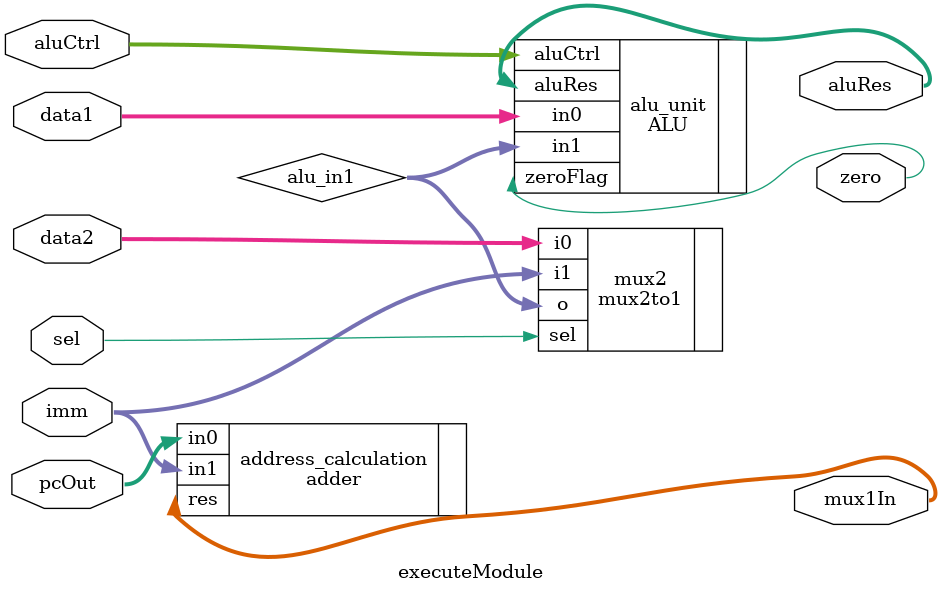
<source format=v>

module executeModule (data1, data2, imm, pcOut, sel, aluCtrl, zero, mux1In, aluRes);
	input		[31:0]data1, data2, imm, pcOut;
	input		[3:0]aluCtrl;
	input		sel;
	output	zero;
	output	[31:0]mux1In, aluRes;

	wire [31:0] alu_in1;
	
	adder address_calculation (
		.in0 (pcOut),
		.in1 (imm),
		.res (mux1In)
	);
	
	mux2to1 mux2(
		.i0 (data2), 
		.i1 (imm), 
		.sel (sel), 
		.o (alu_in1)
	);

	ALU alu_unit(
		.in0 (data1),
		.in1 (alu_in1), 
		.aluCtrl (aluCtrl), 
		.zeroFlag (zero), 
		.aluRes (aluRes)
	);

endmodule
</source>
